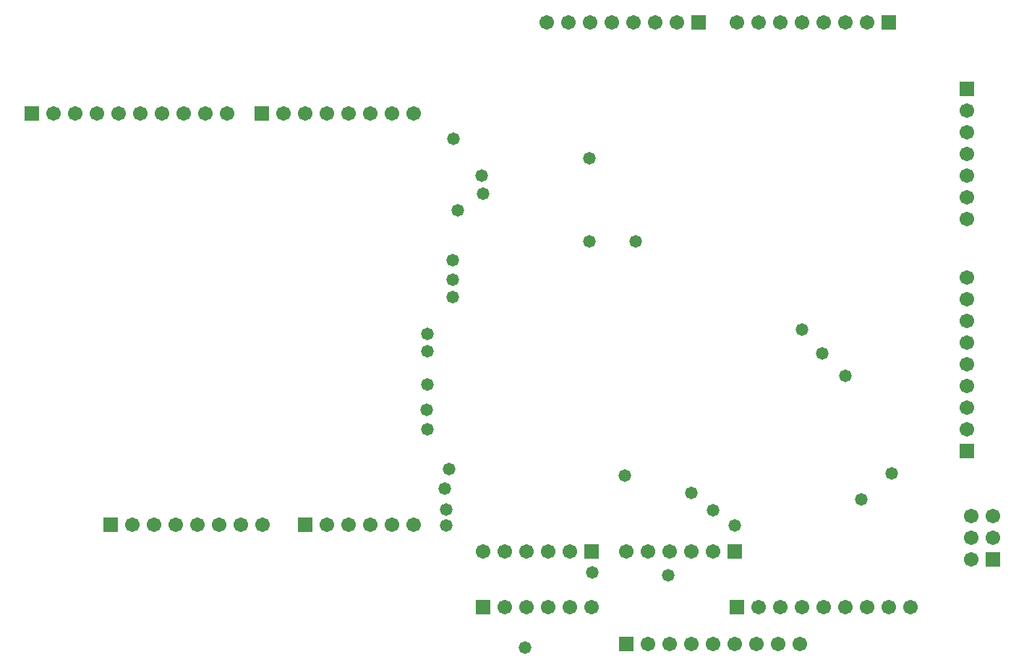
<source format=gbs>
G04*
G04 #@! TF.GenerationSoftware,Altium Limited,Altium Designer,21.0.9 (235)*
G04*
G04 Layer_Color=16711935*
%FSLAX44Y44*%
%MOMM*%
G71*
G04*
G04 #@! TF.SameCoordinates,4DC3274F-E9D7-49BC-8B51-1643F64A7915*
G04*
G04*
G04 #@! TF.FilePolarity,Negative*
G04*
G01*
G75*
%ADD13R,1.7032X1.7032*%
%ADD14C,1.7032*%
%ADD15R,1.7032X1.7032*%
%ADD16C,1.4732*%
D13*
X560070Y773430D02*
D03*
X1113790Y260350D02*
D03*
X1294130Y880110D02*
D03*
X1116330Y195580D02*
D03*
X1071880Y880110D02*
D03*
X986790Y152400D02*
D03*
X819150Y195580D02*
D03*
X946150Y260350D02*
D03*
X610870Y292100D02*
D03*
X383540D02*
D03*
X290830Y773430D02*
D03*
D14*
X585470D02*
D03*
X610870D02*
D03*
X636270D02*
D03*
X661670D02*
D03*
X687070D02*
D03*
X712470D02*
D03*
X737870D02*
D03*
X986790Y260350D02*
D03*
X1012190D02*
D03*
X1037590D02*
D03*
X1062990D02*
D03*
X1088390D02*
D03*
X1116330Y880110D02*
D03*
X1141730D02*
D03*
X1167130D02*
D03*
X1192530D02*
D03*
X1217930D02*
D03*
X1243330D02*
D03*
X1268730D02*
D03*
X1141730Y195580D02*
D03*
X1319530D02*
D03*
X1294130D02*
D03*
X1268730D02*
D03*
X1243330D02*
D03*
X1217930D02*
D03*
X1192530D02*
D03*
X1167130D02*
D03*
X1390650Y302260D02*
D03*
X1416050D02*
D03*
X1390650Y276860D02*
D03*
X1416050D02*
D03*
X1390650Y251460D02*
D03*
X1385570Y403860D02*
D03*
Y581660D02*
D03*
Y556260D02*
D03*
Y530860D02*
D03*
Y505460D02*
D03*
Y480060D02*
D03*
Y454660D02*
D03*
Y429260D02*
D03*
X894080Y880110D02*
D03*
X919480D02*
D03*
X944880D02*
D03*
X970280D02*
D03*
X995680D02*
D03*
X1021080D02*
D03*
X1046480D02*
D03*
X1012190Y152400D02*
D03*
X1189990D02*
D03*
X1164590D02*
D03*
X1139190D02*
D03*
X1113790D02*
D03*
X1088390D02*
D03*
X1062990D02*
D03*
X1037590D02*
D03*
X1385570Y751840D02*
D03*
Y777240D02*
D03*
Y726440D02*
D03*
Y701040D02*
D03*
Y675640D02*
D03*
Y650240D02*
D03*
X946150Y195580D02*
D03*
X920750D02*
D03*
X895350D02*
D03*
X869950D02*
D03*
X844550D02*
D03*
X819150Y260350D02*
D03*
X844550D02*
D03*
X869950D02*
D03*
X895350D02*
D03*
X920750D02*
D03*
X737870Y292100D02*
D03*
X712470D02*
D03*
X687070D02*
D03*
X661670D02*
D03*
X636270D02*
D03*
X561340D02*
D03*
X535940D02*
D03*
X510540D02*
D03*
X485140D02*
D03*
X459740D02*
D03*
X434340D02*
D03*
X408940D02*
D03*
X316230Y773430D02*
D03*
X367030D02*
D03*
X392430D02*
D03*
X417830D02*
D03*
X443230D02*
D03*
X468630D02*
D03*
X494030D02*
D03*
X519430D02*
D03*
X341630D02*
D03*
D15*
X1416050Y251460D02*
D03*
X1385570Y378460D02*
D03*
Y802640D02*
D03*
D16*
X783590Y601980D02*
D03*
X789940Y660400D02*
D03*
X784860Y744220D02*
D03*
X943610Y721360D02*
D03*
X817880Y701040D02*
D03*
X998220Y623570D02*
D03*
X819150Y679450D02*
D03*
X943610Y623570D02*
D03*
X774700Y334010D02*
D03*
X779780Y356870D02*
D03*
X783590Y579120D02*
D03*
Y558800D02*
D03*
X754380Y515620D02*
D03*
Y495300D02*
D03*
X753110Y426720D02*
D03*
X754380Y455930D02*
D03*
Y403860D02*
D03*
X985520Y349250D02*
D03*
X947420Y236220D02*
D03*
X1036320Y232410D02*
D03*
X1062990Y328930D02*
D03*
X1088390Y308610D02*
D03*
X1113790Y290830D02*
D03*
X775970Y309880D02*
D03*
Y290830D02*
D03*
X868045Y147955D02*
D03*
X1262380Y321310D02*
D03*
X1297940Y351790D02*
D03*
X1192530Y520700D02*
D03*
X1216660Y492760D02*
D03*
X1243330Y466090D02*
D03*
M02*

</source>
